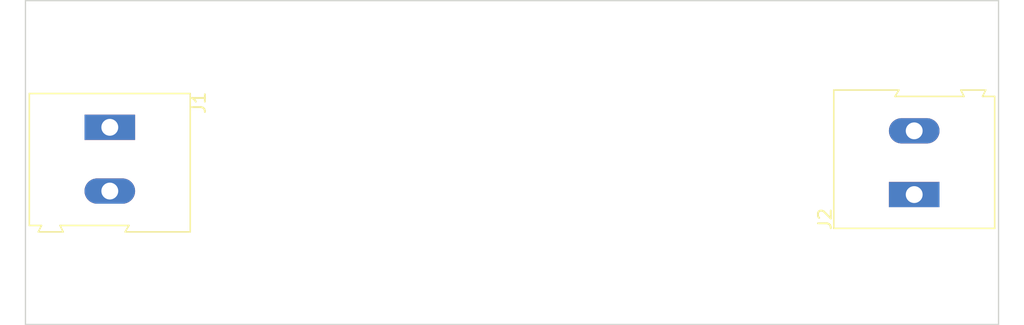
<source format=kicad_pcb>
(kicad_pcb (version 20221018) (generator pcbnew)
  (layers (0 "F.Cu" signal) (31 "B.Cu" signal) (34 "B.Paste" user) (35 "F.Paste" user) (36 "B.SilkS" user "B.Silkscreen") (37 "F.SilkS" user "F.Silkscreen") (38 "B.Mask" user) (39 "F.Mask" user) (44 "Edge.Cuts" user))
  (net 0 "")
  (net 1 "VBUS")
  (net 2 "GND")
  (net 3 "+5V")
  (footprint "TerminalBlock:TerminalBlock_Altech_AK300-2_P5.00mm" (layer "F.Cu") (at 145.796 91.411 90)
    (fp_text reference "J2" (at -1.92 -6.99 90) (layer "F.SilkS"))
    (fp_text value "Screw_Terminal_01x02")
    (fp_line (start -2.65 -6.3) (end -2.65 6.3) (stroke (width 0.12)) (layer "F.SilkS"))
    (fp_line (start -2.65 6.3) (end 7.7 6.3) (stroke (width 0.12)) (layer "F.SilkS"))
    (fp_line (start 7.7 -1.5) (end 8.2 -1.2) (stroke (width 0.12)) (layer "F.SilkS"))
    (fp_line (start 7.7 3.9) (end 7.7 -1.5) (stroke (width 0.12)) (layer "F.SilkS"))
    (fp_line (start 7.7 5.35) (end 8.2 5.6) (stroke (width 0.12)) (layer "F.SilkS"))
    (fp_line (start 7.7 6.3) (end 7.7 5.35) (stroke (width 0.12)) (layer "F.SilkS"))
    (fp_line (start 8.2 -6.3) (end -2.65 -6.3) (stroke (width 0.12)) (layer "F.SilkS"))
    (fp_line (start 8.2 -1.2) (end 8.2 -6.3) (stroke (width 0.12)) (layer "F.SilkS"))
    (fp_line (start 8.2 3.65) (end 7.7 3.9) (stroke (width 0.12)) (layer "F.SilkS"))
    (fp_line (start 8.2 3.7) (end 8.2 3.65) (stroke (width 0.12)) (layer "F.SilkS"))
    (fp_line (start 8.2 5.6) (end 8.2 3.7) (stroke (width 0.12)) (layer "F.SilkS"))
    (pad "1" thru_hole rect (at 0 0 90) (size 1.98 3.96) (drill 1.32) (layers "*.Cu" "*.Mask") (net 3 "+5V"))
    (pad "2" thru_hole oval (at 5 0 90) (size 1.98 3.96) (drill 1.32) (layers "*.Cu" "*.Mask") (net 2 "GND"))
  )
  (footprint "TerminalBlock:TerminalBlock_Altech_AK300-2_P5.00mm" (layer "F.Cu") (at 82.804 86.135 -90)
    (fp_text reference "J1" (at -1.92 -6.99 90) (layer "F.SilkS"))
    (fp_text value "Screw_Terminal_01x02")
    (fp_line (start -2.65 -6.3) (end -2.65 6.3) (stroke (width 0.12)) (layer "F.SilkS"))
    (fp_line (start -2.65 6.3) (end 7.7 6.3) (stroke (width 0.12)) (layer "F.SilkS"))
    (fp_line (start 7.7 -1.5) (end 8.2 -1.2) (stroke (width 0.12)) (layer "F.SilkS"))
    (fp_line (start 7.7 3.9) (end 7.7 -1.5) (stroke (width 0.12)) (layer "F.SilkS"))
    (fp_line (start 7.7 5.35) (end 8.2 5.6) (stroke (width 0.12)) (layer "F.SilkS"))
    (fp_line (start 7.7 6.3) (end 7.7 5.35) (stroke (width 0.12)) (layer "F.SilkS"))
    (fp_line (start 8.2 -6.3) (end -2.65 -6.3) (stroke (width 0.12)) (layer "F.SilkS"))
    (fp_line (start 8.2 -1.2) (end 8.2 -6.3) (stroke (width 0.12)) (layer "F.SilkS"))
    (fp_line (start 8.2 3.65) (end 7.7 3.9) (stroke (width 0.12)) (layer "F.SilkS"))
    (fp_line (start 8.2 3.7) (end 8.2 3.65) (stroke (width 0.12)) (layer "F.SilkS"))
    (fp_line (start 8.2 5.6) (end 8.2 3.7) (stroke (width 0.12)) (layer "F.SilkS"))
    (pad "1" thru_hole rect (at 0 0 270) (size 1.98 3.96) (drill 1.32) (layers "*.Cu" "*.Mask") (net 1 "VBUS"))
    (pad "2" thru_hole oval (at 5 0 270) (size 1.98 3.96) (drill 1.32) (layers "*.Cu" "*.Mask") (net 2 "GND"))
  )
  (gr_line (start 76.2 76.2) (end 152.4 76.2) (stroke (width 0.1)) (layer "Edge.Cuts"))
  (gr_line (start 76.2 101.6) (end 76.2 76.2) (stroke (width 0.1)) (layer "Edge.Cuts"))
  (gr_line (start 152.4 76.2) (end 152.4 101.6) (stroke (width 0.1)) (layer "Edge.Cuts"))
  (gr_line (start 152.4 101.6) (end 76.2 101.6) (stroke (width 0.1)) (layer "Edge.Cuts"))
)
</source>
